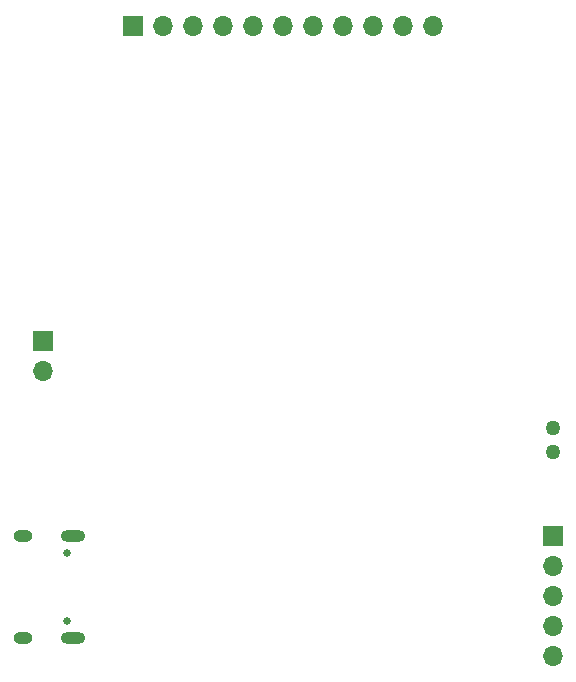
<source format=gbr>
%TF.GenerationSoftware,KiCad,Pcbnew,7.0.7*%
%TF.CreationDate,2023-12-26T11:08:45+08:00*%
%TF.ProjectId,Dice_Roller_SAMD,44696365-5f52-46f6-9c6c-65725f53414d,rev?*%
%TF.SameCoordinates,Original*%
%TF.FileFunction,Soldermask,Bot*%
%TF.FilePolarity,Negative*%
%FSLAX46Y46*%
G04 Gerber Fmt 4.6, Leading zero omitted, Abs format (unit mm)*
G04 Created by KiCad (PCBNEW 7.0.7) date 2023-12-26 11:08:45*
%MOMM*%
%LPD*%
G01*
G04 APERTURE LIST*
%ADD10R,1.700000X1.700000*%
%ADD11O,1.700000X1.700000*%
%ADD12C,1.270000*%
%ADD13C,0.650000*%
%ADD14O,2.100000X1.000000*%
%ADD15O,1.600000X1.000000*%
G04 APERTURE END LIST*
D10*
%TO.C,M1*%
X157480000Y-135885000D03*
D11*
X157480000Y-138425000D03*
%TD*%
D10*
%TO.C,J2*%
X165100000Y-109220000D03*
D11*
X167640000Y-109220000D03*
X170180000Y-109220000D03*
X172720000Y-109220000D03*
X175260000Y-109220000D03*
X177800000Y-109220000D03*
X180340000Y-109220000D03*
X182880000Y-109220000D03*
X185420000Y-109220000D03*
X187960000Y-109220000D03*
X190500000Y-109220000D03*
%TD*%
D12*
%TO.C,X1*%
X200660000Y-145320000D03*
X200660000Y-143319998D03*
%TD*%
D10*
%TO.C,J3*%
X200660000Y-152400000D03*
D11*
X200660000Y-154940000D03*
X200660000Y-157480000D03*
X200660000Y-160020000D03*
X200660000Y-162560000D03*
%TD*%
D13*
%TO.C,J1*%
X159520000Y-153830000D03*
X159520000Y-159610000D03*
D14*
X160020000Y-152400000D03*
D15*
X155840000Y-152400000D03*
D14*
X160020000Y-161040000D03*
D15*
X155840000Y-161040000D03*
%TD*%
M02*

</source>
